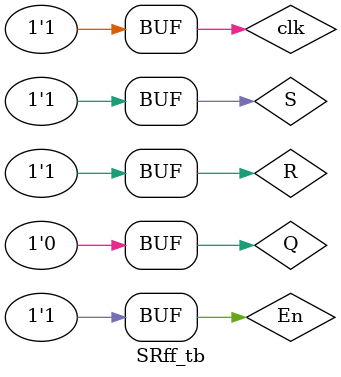
<source format=sv>
module SRFF(input S, R, clk, En, output reg Q, output Qn);
	always_ff @(posedge clk) begin
		if(En)
			begin
				if ((R==1) && (S==0)) begin
					Q <= 1'b0;
					end
				else if((S==1)&&(R==1)) begin
					Q <= 1'bx;
					end
				else begin
					Q <= (S | (~R&Q));
					end
			end
	end
	assign Qn = ~Q;
	
endmodule //SRFF


module SRff_tb();
	`timescale 1ns/1ps
	reg S, R, clk, En, Q;
	wire Qn;
	
	SRFF srfflop(S, R, clk, En, Q, Qn);
	
	initial begin
		$monitor("En=%b S=%b R=%b Q=%b", En, S, R, Q);
		
		En = 1'b0; //Start with no Enable
		S = 1'b0; R = 1'b0; 	Q = 0; clk = 1'b0; #10; clk = 1'b1; #10;  
		S = 1'b0; R = 1'b1; clk = 1'b0; #10; clk = 1'b1; #10;
		S = 1'b1; R = 1'b0; clk = 1'b0; #10; clk = 1'b1; #10;
		S = 1'b1; R = 1'b1; clk = 1'b0; #10; clk = 1'b1; #10;//illegal
		clk = 1'b0; #10; clk = 1'b1; #10;

		En = 1'b1; //Start with Enable
		S = 1'b0; R = 1'b0; 	Q = 0; clk = 1'b0; #10; clk = 1'b1; #10; 
		S = 1'b0; R = 1'b1; clk = 1'b0; #10; clk = 1'b1; #10;
		S = 1'b1; R = 1'b0; clk = 1'b0; #10; clk = 1'b1; #10;
		S = 1'b1; R = 1'b1; clk = 1'b0; #10; clk = 1'b1; #10; //illegal
		clk = 1'b0; #10; clk = 1'b1; #10;
	
	end
endmodule //srff_tb
</source>
